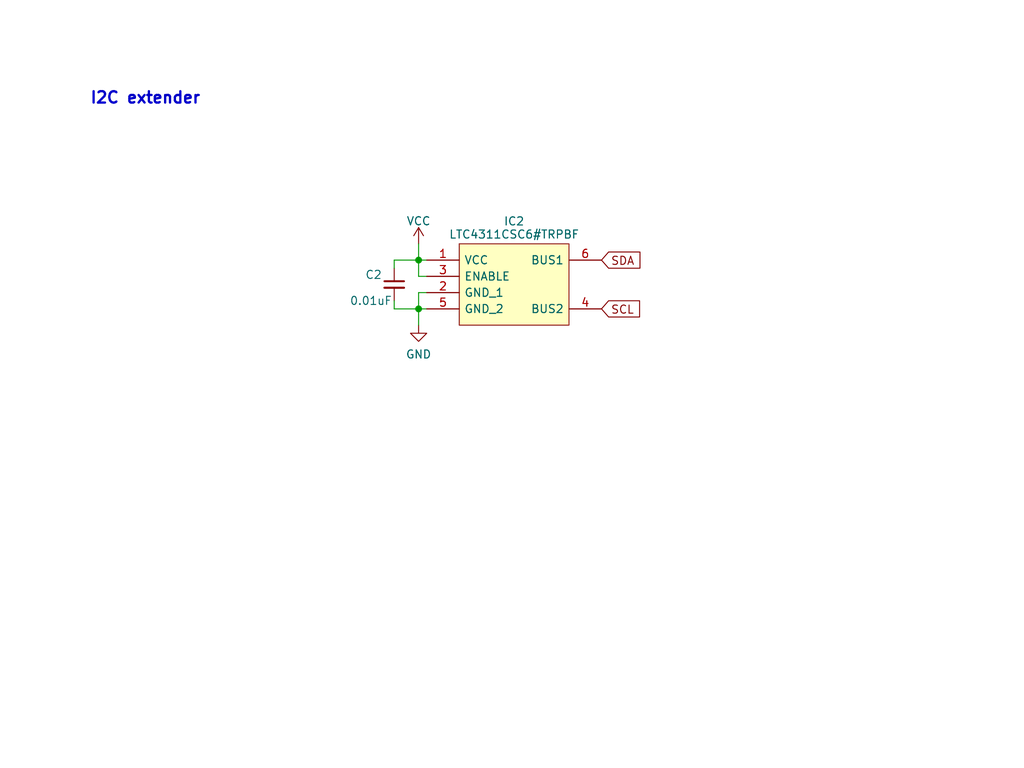
<source format=kicad_sch>
(kicad_sch (version 20230121) (generator eeschema)

  (uuid bdc70748-e555-42dd-927c-4f48f9fbf75c)

  (paper "User" 159.995 119.99)

  (lib_symbols
    (symbol "Device:C_Small" (pin_numbers hide) (pin_names (offset 0.254) hide) (in_bom yes) (on_board yes)
      (property "Reference" "C" (at 0.254 1.778 0)
        (effects (font (size 1.27 1.27)) (justify left))
      )
      (property "Value" "C_Small" (at 0.254 -2.032 0)
        (effects (font (size 1.27 1.27)) (justify left))
      )
      (property "Footprint" "" (at 0 0 0)
        (effects (font (size 1.27 1.27)) hide)
      )
      (property "Datasheet" "~" (at 0 0 0)
        (effects (font (size 1.27 1.27)) hide)
      )
      (property "ki_keywords" "capacitor cap" (at 0 0 0)
        (effects (font (size 1.27 1.27)) hide)
      )
      (property "ki_description" "Unpolarized capacitor, small symbol" (at 0 0 0)
        (effects (font (size 1.27 1.27)) hide)
      )
      (property "ki_fp_filters" "C_*" (at 0 0 0)
        (effects (font (size 1.27 1.27)) hide)
      )
      (symbol "C_Small_0_1"
        (polyline
          (pts
            (xy -1.524 -0.508)
            (xy 1.524 -0.508)
          )
          (stroke (width 0.3302) (type default))
          (fill (type none))
        )
        (polyline
          (pts
            (xy -1.524 0.508)
            (xy 1.524 0.508)
          )
          (stroke (width 0.3048) (type default))
          (fill (type none))
        )
      )
      (symbol "C_Small_1_1"
        (pin passive line (at 0 2.54 270) (length 2.032)
          (name "~" (effects (font (size 1.27 1.27))))
          (number "1" (effects (font (size 1.27 1.27))))
        )
        (pin passive line (at 0 -2.54 90) (length 2.032)
          (name "~" (effects (font (size 1.27 1.27))))
          (number "2" (effects (font (size 1.27 1.27))))
        )
      )
    )
    (symbol "SamacSys_Parts:LTC4311CSC6#TRPBF" (pin_names (offset 0.762)) (in_bom yes) (on_board yes)
      (property "Reference" "IC2" (at 13.97 6.35 0)
        (effects (font (size 1.27 1.27)))
      )
      (property "Value" "LTC4311CSC6#TRPBF" (at 13.97 3.81 0)
        (effects (font (size 1.27 1.27)))
      )
      (property "Footprint" "SOT65P210X100-6N" (at 29.21 2.54 0)
        (effects (font (size 1.27 1.27)) (justify left) hide)
      )
      (property "Datasheet" "https://www.analog.com/media/en/technical-documentation/data-sheets/4311fa.pdf" (at 29.21 0 0)
        (effects (font (size 1.27 1.27)) (justify left) hide)
      )
      (property "Description" "Interface - Specialized I2C/SMBus Rise Time Accelerator" (at 29.21 -2.54 0)
        (effects (font (size 1.27 1.27)) (justify left) hide)
      )
      (property "Height" "1" (at 29.21 -5.08 0)
        (effects (font (size 1.27 1.27)) (justify left) hide)
      )
      (property "Manufacturer_Name" "Analog Devices" (at 29.21 -7.62 0)
        (effects (font (size 1.27 1.27)) (justify left) hide)
      )
      (property "Manufacturer_Part_Number" "LTC4311CSC6#TRPBF" (at 29.21 -10.16 0)
        (effects (font (size 1.27 1.27)) (justify left) hide)
      )
      (property "Mouser Part Number" "584-LTC4311CSC6TRPBF" (at 29.21 -12.7 0)
        (effects (font (size 1.27 1.27)) (justify left) hide)
      )
      (property "Mouser Price/Stock" "https://www.mouser.co.uk/ProductDetail/Analog-Devices/LTC4311CSC6TRPBF?qs=hVkxg5c3xu8dDGkXCTUXoQ%3D%3D" (at 29.21 -15.24 0)
        (effects (font (size 1.27 1.27)) (justify left) hide)
      )
      (property "Arrow Part Number" "LTC4311CSC6#TRPBF" (at 29.21 -17.78 0)
        (effects (font (size 1.27 1.27)) (justify left) hide)
      )
      (property "Arrow Price/Stock" "https://www.arrow.com/en/products/ltc4311csc6trpbf/analog-devices?region=nac" (at 29.21 -20.32 0)
        (effects (font (size 1.27 1.27)) (justify left) hide)
      )
      (property "ki_description" "Interface - Specialized I2C/SMBus Rise Time Accelerator" (at 0 0 0)
        (effects (font (size 1.27 1.27)) hide)
      )
      (symbol "LTC4311CSC6#TRPBF_0_0"
        (pin passive line (at 0 0 0) (length 5.08)
          (name "VCC" (effects (font (size 1.27 1.27))))
          (number "1" (effects (font (size 1.27 1.27))))
        )
        (pin passive line (at 0 -5.08 0) (length 5.08)
          (name "GND_1" (effects (font (size 1.27 1.27))))
          (number "2" (effects (font (size 1.27 1.27))))
        )
        (pin passive line (at 0 -2.54 0) (length 5.08)
          (name "ENABLE" (effects (font (size 1.27 1.27))))
          (number "3" (effects (font (size 1.27 1.27))))
        )
        (pin passive line (at 27.305 -7.62 180) (length 5.08)
          (name "BUS2" (effects (font (size 1.27 1.27))))
          (number "4" (effects (font (size 1.27 1.27))))
        )
        (pin passive line (at 0 -7.62 0) (length 5.08)
          (name "GND_2" (effects (font (size 1.27 1.27))))
          (number "5" (effects (font (size 1.27 1.27))))
        )
        (pin passive line (at 27.305 0 180) (length 5.08)
          (name "BUS1" (effects (font (size 1.27 1.27))))
          (number "6" (effects (font (size 1.27 1.27))))
        )
      )
      (symbol "LTC4311CSC6#TRPBF_1_1"
        (polyline
          (pts
            (xy 5.08 2.54)
            (xy 22.225 2.54)
            (xy 22.225 -10.16)
            (xy 5.08 -10.16)
            (xy 5.08 2.54)
          )
          (stroke (width 0.1524) (type solid))
          (fill (type background))
        )
      )
    )
    (symbol "power:GND" (power) (pin_names (offset 0)) (in_bom yes) (on_board yes)
      (property "Reference" "#PWR" (at 0 -6.35 0)
        (effects (font (size 1.27 1.27)) hide)
      )
      (property "Value" "GND" (at 0 -3.81 0)
        (effects (font (size 1.27 1.27)))
      )
      (property "Footprint" "" (at 0 0 0)
        (effects (font (size 1.27 1.27)) hide)
      )
      (property "Datasheet" "" (at 0 0 0)
        (effects (font (size 1.27 1.27)) hide)
      )
      (property "ki_keywords" "power-flag" (at 0 0 0)
        (effects (font (size 1.27 1.27)) hide)
      )
      (property "ki_description" "Power symbol creates a global label with name \"GND\" , ground" (at 0 0 0)
        (effects (font (size 1.27 1.27)) hide)
      )
      (symbol "GND_0_1"
        (polyline
          (pts
            (xy 0 0)
            (xy 0 -1.27)
            (xy 1.27 -1.27)
            (xy 0 -2.54)
            (xy -1.27 -1.27)
            (xy 0 -1.27)
          )
          (stroke (width 0) (type default))
          (fill (type none))
        )
      )
      (symbol "GND_1_1"
        (pin power_in line (at 0 0 270) (length 0) hide
          (name "GND" (effects (font (size 1.27 1.27))))
          (number "1" (effects (font (size 1.27 1.27))))
        )
      )
    )
    (symbol "power:VCC" (power) (pin_names (offset 0)) (in_bom yes) (on_board yes)
      (property "Reference" "#PWR" (at 0 -3.81 0)
        (effects (font (size 1.27 1.27)) hide)
      )
      (property "Value" "VCC" (at 0 3.81 0)
        (effects (font (size 1.27 1.27)))
      )
      (property "Footprint" "" (at 0 0 0)
        (effects (font (size 1.27 1.27)) hide)
      )
      (property "Datasheet" "" (at 0 0 0)
        (effects (font (size 1.27 1.27)) hide)
      )
      (property "ki_keywords" "global power" (at 0 0 0)
        (effects (font (size 1.27 1.27)) hide)
      )
      (property "ki_description" "Power symbol creates a global label with name \"VCC\"" (at 0 0 0)
        (effects (font (size 1.27 1.27)) hide)
      )
      (symbol "VCC_0_1"
        (polyline
          (pts
            (xy -0.762 1.27)
            (xy 0 2.54)
          )
          (stroke (width 0) (type default))
          (fill (type none))
        )
        (polyline
          (pts
            (xy 0 0)
            (xy 0 2.54)
          )
          (stroke (width 0) (type default))
          (fill (type none))
        )
        (polyline
          (pts
            (xy 0 2.54)
            (xy 0.762 1.27)
          )
          (stroke (width 0) (type default))
          (fill (type none))
        )
      )
      (symbol "VCC_1_1"
        (pin power_in line (at 0 0 90) (length 0) hide
          (name "VCC" (effects (font (size 1.27 1.27))))
          (number "1" (effects (font (size 1.27 1.27))))
        )
      )
    )
  )

  (junction (at 65.405 40.64) (diameter 0) (color 0 0 0 0)
    (uuid 24cf2822-c526-42a0-b4cd-63ff8b19958c)
  )
  (junction (at 65.405 48.26) (diameter 0) (color 0 0 0 0)
    (uuid b49e26bb-1254-4581-8e37-92c69b46a74f)
  )

  (wire (pts (xy 65.405 48.26) (xy 65.405 45.72))
    (stroke (width 0) (type default))
    (uuid 0059e557-5c11-4b79-8577-98b1712ce200)
  )
  (wire (pts (xy 65.405 50.8) (xy 65.405 48.26))
    (stroke (width 0) (type default))
    (uuid 0333fe2f-56f1-4d72-913e-f43e5561e655)
  )
  (wire (pts (xy 61.595 40.64) (xy 65.405 40.64))
    (stroke (width 0) (type default))
    (uuid 10a72514-1c9b-4d21-864c-016164a184c5)
  )
  (wire (pts (xy 65.405 40.64) (xy 65.405 43.18))
    (stroke (width 0) (type default))
    (uuid 1dba7a3e-ff9c-45b0-8af4-4b0dd90550c1)
  )
  (wire (pts (xy 65.405 40.64) (xy 66.675 40.64))
    (stroke (width 0) (type default))
    (uuid 3c093fbc-f286-4972-9481-2572ca839a53)
  )
  (wire (pts (xy 65.405 43.18) (xy 66.675 43.18))
    (stroke (width 0) (type default))
    (uuid 5ba06ed5-0a2c-4d7e-b0b5-4d0244c94b7e)
  )
  (wire (pts (xy 61.595 46.99) (xy 61.595 48.26))
    (stroke (width 0) (type default))
    (uuid 80a39ec0-a287-46da-9339-b6817729e109)
  )
  (wire (pts (xy 61.595 48.26) (xy 65.405 48.26))
    (stroke (width 0) (type default))
    (uuid 9166181c-d385-45a3-9820-ba511581051a)
  )
  (wire (pts (xy 61.595 41.91) (xy 61.595 40.64))
    (stroke (width 0) (type default))
    (uuid 961e4ab5-6486-4acc-8625-e14de3ef1076)
  )
  (wire (pts (xy 65.405 48.26) (xy 66.675 48.26))
    (stroke (width 0) (type default))
    (uuid 99cf9ded-72d5-4aa8-af03-93fd3c4a93b4)
  )
  (wire (pts (xy 65.405 38.1) (xy 65.405 40.64))
    (stroke (width 0) (type default))
    (uuid 9cc39fe3-45a1-45eb-b6e1-2c2b13a4b151)
  )
  (wire (pts (xy 65.405 45.72) (xy 66.675 45.72))
    (stroke (width 0) (type default))
    (uuid e5be8b31-f4b3-489c-9f4e-86364daf508c)
  )

  (text "I2C extender" (at 13.97 16.51 0)
    (effects (font (size 1.778 1.778) (thickness 0.3556) bold) (justify left bottom))
    (uuid 98fd43ed-79be-4eaf-b4f0-b53c5c99975d)
  )

  (global_label "SCL" (shape input) (at 93.98 48.26 0) (fields_autoplaced)
    (effects (font (size 1.27 1.27)) (justify left))
    (uuid 20ee0812-94b1-456b-982b-58161415d8df)
    (property "Intersheetrefs" "${INTERSHEET_REFS}" (at 100.3934 48.26 0)
      (effects (font (size 1.27 1.27)) (justify left) hide)
    )
  )
  (global_label "SDA" (shape input) (at 93.98 40.64 0) (fields_autoplaced)
    (effects (font (size 1.27 1.27)) (justify left))
    (uuid c3289d24-7443-4e38-bf35-1410b0f03488)
    (property "Intersheetrefs" "${INTERSHEET_REFS}" (at 100.4539 40.64 0)
      (effects (font (size 1.27 1.27)) (justify left) hide)
    )
  )

  (symbol (lib_id "SamacSys_Parts:LTC4311CSC6#TRPBF") (at 66.675 40.64 0) (unit 1)
    (in_bom yes) (on_board yes) (dnp no) (fields_autoplaced)
    (uuid 1afc1599-e3de-4705-962a-88b40c7a9ebf)
    (property "Reference" "IC2" (at 80.3275 34.5708 0)
      (effects (font (size 1.27 1.27)))
    )
    (property "Value" "LTC4311CSC6#TRPBF" (at 80.3275 36.6188 0)
      (effects (font (size 1.27 1.27)))
    )
    (property "Footprint" "SamacSys_Parts:SOT65P210X100-6N" (at 95.885 38.1 0)
      (effects (font (size 1.27 1.27)) (justify left) hide)
    )
    (property "Datasheet" "https://www.analog.com/media/en/technical-documentation/data-sheets/4311fa.pdf" (at 95.885 40.64 0)
      (effects (font (size 1.27 1.27)) (justify left) hide)
    )
    (property "Description" "Interface - Specialized I2C/SMBus Rise Time Accelerator" (at 95.885 43.18 0)
      (effects (font (size 1.27 1.27)) (justify left) hide)
    )
    (property "Height" "1" (at 95.885 45.72 0)
      (effects (font (size 1.27 1.27)) (justify left) hide)
    )
    (property "Manufacturer_Name" "Analog Devices" (at 95.885 48.26 0)
      (effects (font (size 1.27 1.27)) (justify left) hide)
    )
    (property "Manufacturer_Part_Number" "LTC4311CSC6#TRPBF" (at 95.885 50.8 0)
      (effects (font (size 1.27 1.27)) (justify left) hide)
    )
    (property "Mouser Part Number" "584-LTC4311CSC6TRPBF" (at 95.885 53.34 0)
      (effects (font (size 1.27 1.27)) (justify left) hide)
    )
    (property "Mouser Price/Stock" "https://www.mouser.co.uk/ProductDetail/Analog-Devices/LTC4311CSC6TRPBF?qs=hVkxg5c3xu8dDGkXCTUXoQ%3D%3D" (at 95.885 55.88 0)
      (effects (font (size 1.27 1.27)) (justify left) hide)
    )
    (property "Arrow Part Number" "LTC4311CSC6#TRPBF" (at 95.885 58.42 0)
      (effects (font (size 1.27 1.27)) (justify left) hide)
    )
    (property "Arrow Price/Stock" "https://www.arrow.com/en/products/ltc4311csc6trpbf/analog-devices?region=nac" (at 95.885 60.96 0)
      (effects (font (size 1.27 1.27)) (justify left) hide)
    )
    (pin "1" (uuid 46fde3dc-0032-498d-9d5c-9c4db6c86e57))
    (pin "2" (uuid 894da29a-514d-4637-8f0b-1d744d9689da))
    (pin "3" (uuid 47f397df-8eb7-466f-b8fe-98f08eaaf44c))
    (pin "4" (uuid 447edc6f-6168-4328-8592-256ca42af505))
    (pin "5" (uuid b908bb7b-8831-45d0-a259-aff1492d3ff1))
    (pin "6" (uuid 95af5ae6-4257-46d6-a213-b5cf9d37e510))
    (instances
      (project "PCBPT_Main_control_V1"
        (path "/67ad53b0-e724-4354-8add-ffbe056bca93/6013c2d1-59d9-4e52-9c53-fae38e10e3d2"
          (reference "IC2") (unit 1)
        )
      )
    )
  )

  (symbol (lib_id "power:VCC") (at 65.405 38.1 0) (unit 1)
    (in_bom yes) (on_board yes) (dnp no)
    (uuid 23544061-903b-4749-bdc7-3e395f78e7db)
    (property "Reference" "#PWR04" (at 65.405 41.91 0)
      (effects (font (size 1.27 1.27)) hide)
    )
    (property "Value" "VCC" (at 65.405 34.544 0)
      (effects (font (size 1.27 1.27)))
    )
    (property "Footprint" "" (at 65.405 38.1 0)
      (effects (font (size 1.27 1.27)) hide)
    )
    (property "Datasheet" "" (at 65.405 38.1 0)
      (effects (font (size 1.27 1.27)) hide)
    )
    (pin "1" (uuid d0325448-5932-4754-a98e-c9ba834df474))
    (instances
      (project "PCBPT_Main_control_V1"
        (path "/67ad53b0-e724-4354-8add-ffbe056bca93/9c4f98f1-bc47-4c4b-bbad-ba5566d013b5"
          (reference "#PWR04") (unit 1)
        )
        (path "/67ad53b0-e724-4354-8add-ffbe056bca93/03c1781e-297b-49e1-8cb8-7d532072eddb"
          (reference "#PWR04") (unit 1)
        )
        (path "/67ad53b0-e724-4354-8add-ffbe056bca93/6013c2d1-59d9-4e52-9c53-fae38e10e3d2"
          (reference "#PWR02") (unit 1)
        )
      )
    )
  )

  (symbol (lib_id "power:GND") (at 65.405 50.8 0) (unit 1)
    (in_bom yes) (on_board yes) (dnp no) (fields_autoplaced)
    (uuid 3e773de7-f24f-4972-be52-cffe2a26b293)
    (property "Reference" "#PWR05" (at 65.405 57.15 0)
      (effects (font (size 1.27 1.27)) hide)
    )
    (property "Value" "GND" (at 65.405 55.3625 0)
      (effects (font (size 1.27 1.27)))
    )
    (property "Footprint" "" (at 65.405 50.8 0)
      (effects (font (size 1.27 1.27)) hide)
    )
    (property "Datasheet" "" (at 65.405 50.8 0)
      (effects (font (size 1.27 1.27)) hide)
    )
    (pin "1" (uuid 6fb2658b-3aa2-4ba4-9132-6a5f0af5174a))
    (instances
      (project "PCBPT_Main_control_V1"
        (path "/67ad53b0-e724-4354-8add-ffbe056bca93/9c4f98f1-bc47-4c4b-bbad-ba5566d013b5"
          (reference "#PWR05") (unit 1)
        )
        (path "/67ad53b0-e724-4354-8add-ffbe056bca93/03c1781e-297b-49e1-8cb8-7d532072eddb"
          (reference "#PWR08") (unit 1)
        )
        (path "/67ad53b0-e724-4354-8add-ffbe056bca93/6013c2d1-59d9-4e52-9c53-fae38e10e3d2"
          (reference "#PWR01") (unit 1)
        )
      )
      (project "Motor_module"
        (path "/e63e39d7-6ac0-4ffd-8aa3-1841a4541b55"
          (reference "#PWR0112") (unit 1)
        )
      )
    )
  )

  (symbol (lib_id "Device:C_Small") (at 61.595 44.45 0) (unit 1)
    (in_bom yes) (on_board yes) (dnp no)
    (uuid f456c10f-da7d-4247-9146-2f30b0bd7031)
    (property "Reference" "C2" (at 57.023 42.926 0)
      (effects (font (size 1.27 1.27)) (justify left))
    )
    (property "Value" "0.01uF" (at 54.61 46.99 0)
      (effects (font (size 1.27 1.27)) (justify left))
    )
    (property "Footprint" "Capacitor_SMD:C_0603_1608Metric_Pad1.08x0.95mm_HandSolder" (at 61.595 44.45 0)
      (effects (font (size 1.27 1.27)) hide)
    )
    (property "Datasheet" "~" (at 61.595 44.45 0)
      (effects (font (size 1.27 1.27)) hide)
    )
    (pin "1" (uuid bb5ca5c8-dc91-4a0d-947d-089df3a534e2))
    (pin "2" (uuid 98f15118-276d-4966-b8a8-5c69122b54e8))
    (instances
      (project "PCBPT_Main_control_V1"
        (path "/67ad53b0-e724-4354-8add-ffbe056bca93"
          (reference "C2") (unit 1)
        )
        (path "/67ad53b0-e724-4354-8add-ffbe056bca93/9c4f98f1-bc47-4c4b-bbad-ba5566d013b5"
          (reference "C1") (unit 1)
        )
        (path "/67ad53b0-e724-4354-8add-ffbe056bca93/03c1781e-297b-49e1-8cb8-7d532072eddb"
          (reference "C5") (unit 1)
        )
        (path "/67ad53b0-e724-4354-8add-ffbe056bca93/6013c2d1-59d9-4e52-9c53-fae38e10e3d2"
          (reference "C6") (unit 1)
        )
      )
    )
  )
)

</source>
